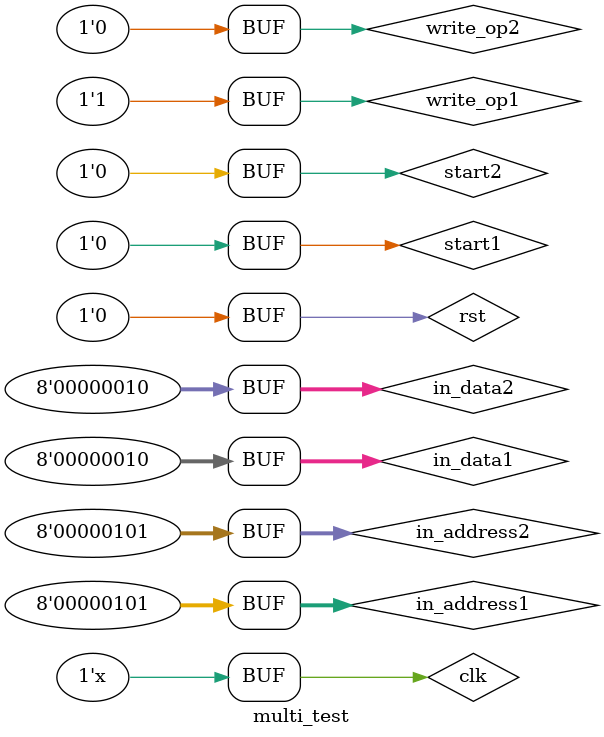
<source format=v>
`timescale 1ns / 1ps


module multi_test;

	// Inputs
	reg clk;
	reg rst;
	reg write_op1;
	reg write_op2;
	reg [7:0] in_address1;
	reg [7:0] in_address2;
	reg [7:0] in_data1;
	reg [7:0] in_data2;
	reg start1;
	reg start2;

	// Outputs
	wire [7:0] out_data1;
	wire [7:0] out_data2;
	wire finish_flag1;
	wire finish_flag2;
	wire read_busy; 
	wire write_busy;

	// Instantiate the Unit Under Test (UUT)
	multiplebus uut (
		.clk(clk), 
		.rst(rst), 
		.write_op1(write_op1), 
		.write_op2(write_op2), 
		.in_address1(in_address1), 
		.in_address2(in_address2), 
		.in_data1(in_data1), 
		.in_data2(in_data2), 
		.start1(start1), 
		.start2(start2), 
		.out_data1(out_data1), 
		.out_data2(out_data2), 
		.finish_flag1(finish_flag1), 
		.finish_flag2(finish_flag2),
		.read_busy(read_busy),
		.write_busy(write_busy)
	);
always #1 clk=~clk;
	initial begin
		// Initialize Inputs
		clk = 0;
		rst = 1;
		write_op1 = 0;
		write_op2 = 0;
		in_address1 = 0;
		in_address2 = 0;
		in_data1 = 0;
		in_data2 = 0;
		start1 = 0;
		start2 = 0;
		#10
		rst=0;
		#20
		start1=1;
		in_address1 = 8'd5;
		in_address2 = 8'd6;
		write_op1 = 0;
		#2
		start1=0;
		start2=0;
		#20
		start2=1;
		in_address1 = 8'd5;
		in_address2 = 8'd6;
		write_op2 = 0;
		#2
		start1=0;
		start2=0;
		#20
		start1=1;
		in_address1 = 8'd5;
		in_data1 = 8'd1;
		in_address2 = 8'd6;
		write_op1 = 1;
		#2
		start1=0;
		start2=0;
	   #20
		start2=1;
		in_address1 = 8'd5;
		in_data2 = 8'd1;
		in_address2 = 8'd5;
		write_op2 = 1;
		#2
		start1=0;
		start2=0;
		#20
		start1=1;
		start2=1;
		in_address1 = 8'd5;
		in_data2 = 8'd2;
		in_address2 = 8'd5;
		write_op2 = 1;
		write_op1 = 0;
		#2
		start1=0;
		start2=0;
		#20
		start1=1;
		start2=1;
		in_address1 = 8'd5;
		in_data1 = 8'd2;
		in_address2 = 8'd5;
		write_op2 = 0;
		write_op1 = 1;
		#2
		start1=0;
		start2=0;
		/*#10
		start1=1;
		in_address1 = 8'd5;
		#2
		start1=0;*/
		/*#10
		start2=1;
		in_address1 = 8'd5;
		#2
		start2=0;*/
		// Wait 100 ns for global reset to finish
		#100;
        
		// Add stimulus here

	end
      
endmodule


</source>
